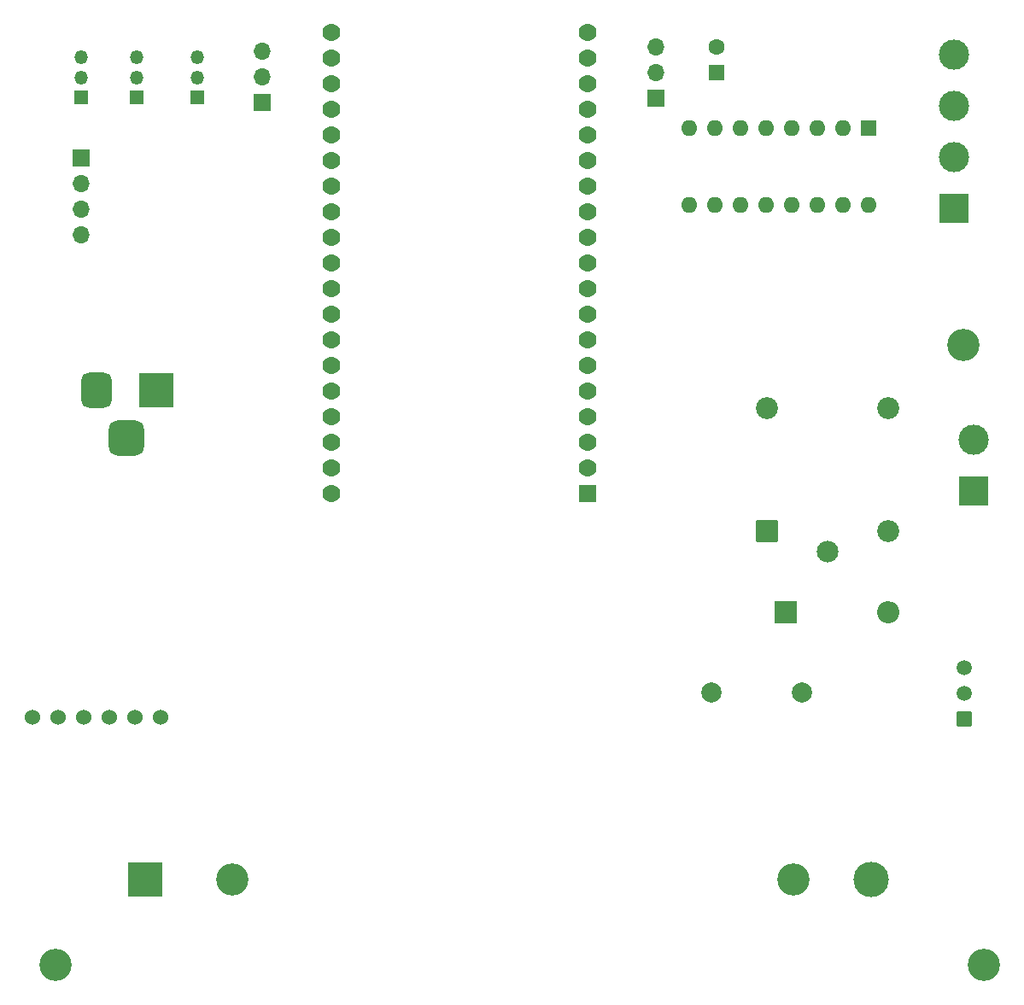
<source format=gbr>
%TF.GenerationSoftware,KiCad,Pcbnew,8.0.4*%
%TF.CreationDate,2024-09-04T16:44:11-05:00*%
%TF.ProjectId,PCB_CARRO_PROYECTO,5043425f-4341-4525-924f-5f50524f5945,rev?*%
%TF.SameCoordinates,Original*%
%TF.FileFunction,Soldermask,Bot*%
%TF.FilePolarity,Negative*%
%FSLAX46Y46*%
G04 Gerber Fmt 4.6, Leading zero omitted, Abs format (unit mm)*
G04 Created by KiCad (PCBNEW 8.0.4) date 2024-09-04 16:44:11*
%MOMM*%
%LPD*%
G01*
G04 APERTURE LIST*
G04 Aperture macros list*
%AMRoundRect*
0 Rectangle with rounded corners*
0 $1 Rounding radius*
0 $2 $3 $4 $5 $6 $7 $8 $9 X,Y pos of 4 corners*
0 Add a 4 corners polygon primitive as box body*
4,1,4,$2,$3,$4,$5,$6,$7,$8,$9,$2,$3,0*
0 Add four circle primitives for the rounded corners*
1,1,$1+$1,$2,$3*
1,1,$1+$1,$4,$5*
1,1,$1+$1,$6,$7*
1,1,$1+$1,$8,$9*
0 Add four rect primitives between the rounded corners*
20,1,$1+$1,$2,$3,$4,$5,0*
20,1,$1+$1,$4,$5,$6,$7,0*
20,1,$1+$1,$6,$7,$8,$9,0*
20,1,$1+$1,$8,$9,$2,$3,0*%
G04 Aperture macros list end*
%ADD10RoundRect,0.102000X0.649000X-0.649000X0.649000X0.649000X-0.649000X0.649000X-0.649000X-0.649000X0*%
%ADD11C,1.502000*%
%ADD12RoundRect,0.102000X0.780000X0.780000X-0.780000X0.780000X-0.780000X-0.780000X0.780000X-0.780000X0*%
%ADD13C,1.764000*%
%ADD14R,3.000000X3.000000*%
%ADD15C,3.000000*%
%ADD16R,3.500000X3.500000*%
%ADD17RoundRect,0.750000X-0.750000X-1.000000X0.750000X-1.000000X0.750000X1.000000X-0.750000X1.000000X0*%
%ADD18RoundRect,0.875000X-0.875000X-0.875000X0.875000X-0.875000X0.875000X0.875000X-0.875000X0.875000X0*%
%ADD19R,1.600000X1.600000*%
%ADD20C,1.600000*%
%ADD21R,1.350000X1.350000*%
%ADD22O,1.350000X1.350000*%
%ADD23R,2.200000X2.200000*%
%ADD24O,2.200000X2.200000*%
%ADD25R,1.700000X1.700000*%
%ADD26O,1.700000X1.700000*%
%ADD27C,3.200000*%
%ADD28C,3.500000*%
%ADD29C,1.524000*%
%ADD30O,1.600000X1.600000*%
%ADD31C,2.000000*%
%ADD32RoundRect,0.102000X0.990000X-0.990000X0.990000X0.990000X-0.990000X0.990000X-0.990000X-0.990000X0*%
%ADD33C,2.184000*%
%ADD34C,2.139000*%
G04 APERTURE END LIST*
D10*
%TO.C,Q1*%
X193531000Y-121577500D03*
D11*
X193531000Y-119037500D03*
X193531000Y-116497500D03*
%TD*%
D12*
%TO.C,U1*%
X156200000Y-99260000D03*
D13*
X156200000Y-96720000D03*
X156200000Y-94180000D03*
X156200000Y-91640000D03*
X156200000Y-89100000D03*
X156200000Y-86560000D03*
X156200000Y-84020000D03*
X156200000Y-81480000D03*
X156200000Y-78940000D03*
X156200000Y-76400000D03*
X156200000Y-73860000D03*
X156200000Y-71320000D03*
X156200000Y-68780000D03*
X156200000Y-66240000D03*
X156200000Y-63700000D03*
X156200000Y-61160000D03*
X156200000Y-58620000D03*
X156200000Y-56080000D03*
X156200000Y-53540000D03*
X130800000Y-99260000D03*
X130800000Y-96720000D03*
X130800000Y-94180000D03*
X130800000Y-91640000D03*
X130800000Y-89100000D03*
X130800000Y-86560000D03*
X130800000Y-84020000D03*
X130800000Y-81480000D03*
X130800000Y-78940000D03*
X130800000Y-76400000D03*
X130800000Y-73860000D03*
X130800000Y-71320000D03*
X130800000Y-68780000D03*
X130800000Y-66240000D03*
X130800000Y-63700000D03*
X130800000Y-61160000D03*
X130800000Y-58620000D03*
X130800000Y-56080000D03*
X130800000Y-53540000D03*
%TD*%
D14*
%TO.C,J5*%
X192500000Y-71000000D03*
D15*
X192500000Y-65920000D03*
X192500000Y-60840000D03*
X192500000Y-55760000D03*
%TD*%
D16*
%TO.C,J4*%
X113500000Y-89042500D03*
D17*
X107500000Y-89042500D03*
D18*
X110500000Y-93742500D03*
%TD*%
D19*
%TO.C,C1*%
X169000000Y-57500000D03*
D20*
X169000000Y-55000000D03*
%TD*%
D21*
%TO.C,J8*%
X111500000Y-60000000D03*
D22*
X111500000Y-58000000D03*
X111500000Y-56000000D03*
%TD*%
D23*
%TO.C,D1*%
X175840000Y-111000000D03*
D24*
X186000000Y-111000000D03*
%TD*%
D25*
%TO.C,J1*%
X124000000Y-60500000D03*
D26*
X124000000Y-57960000D03*
X124000000Y-55420000D03*
%TD*%
D25*
%TO.C,J2*%
X163000000Y-60040000D03*
D26*
X163000000Y-57500000D03*
X163000000Y-54960000D03*
%TD*%
D14*
%TO.C,J6*%
X194500000Y-99040000D03*
D15*
X194500000Y-93960000D03*
%TD*%
D27*
%TO.C,BT1*%
X121000000Y-137500000D03*
X176610000Y-137500000D03*
D16*
X112355000Y-137500000D03*
D28*
X184355000Y-137500000D03*
%TD*%
D25*
%TO.C,J3*%
X106025000Y-65960000D03*
D26*
X106025000Y-68500000D03*
X106025000Y-71040000D03*
X106025000Y-73580000D03*
%TD*%
D29*
%TO.C,U3*%
X101150000Y-121430000D03*
X103690000Y-121430000D03*
X106230000Y-121430000D03*
X108770000Y-121430000D03*
X111310000Y-121430000D03*
X113850000Y-121430000D03*
%TD*%
D21*
%TO.C,J9*%
X117500000Y-60000000D03*
D22*
X117500000Y-58000000D03*
X117500000Y-56000000D03*
%TD*%
D19*
%TO.C,U2*%
X184040000Y-63000000D03*
D30*
X181500000Y-63000000D03*
X178960000Y-63000000D03*
X176420000Y-63000000D03*
X173880000Y-63000000D03*
X171340000Y-63000000D03*
X168800000Y-63000000D03*
X166260000Y-63000000D03*
X166260000Y-70620000D03*
X168800000Y-70620000D03*
X171340000Y-70620000D03*
X173880000Y-70620000D03*
X176420000Y-70620000D03*
X178960000Y-70620000D03*
X181500000Y-70620000D03*
X184040000Y-70620000D03*
%TD*%
D31*
%TO.C,R1*%
X168500000Y-119000000D03*
X177500000Y-119000000D03*
%TD*%
D27*
%TO.C,*%
X195500000Y-146000000D03*
%TD*%
D32*
%TO.C,K1*%
X174000000Y-103000000D03*
D33*
X186000000Y-103000000D03*
D34*
X180000000Y-105000000D03*
D33*
X174000000Y-90800000D03*
X186000000Y-90800000D03*
%TD*%
D27*
%TO.C,*%
X193500000Y-84500000D03*
%TD*%
%TO.C,REF\u002A\u002A*%
X103500000Y-146000000D03*
%TD*%
D21*
%TO.C,J7*%
X106000000Y-60000000D03*
D22*
X106000000Y-58000000D03*
X106000000Y-56000000D03*
%TD*%
M02*

</source>
